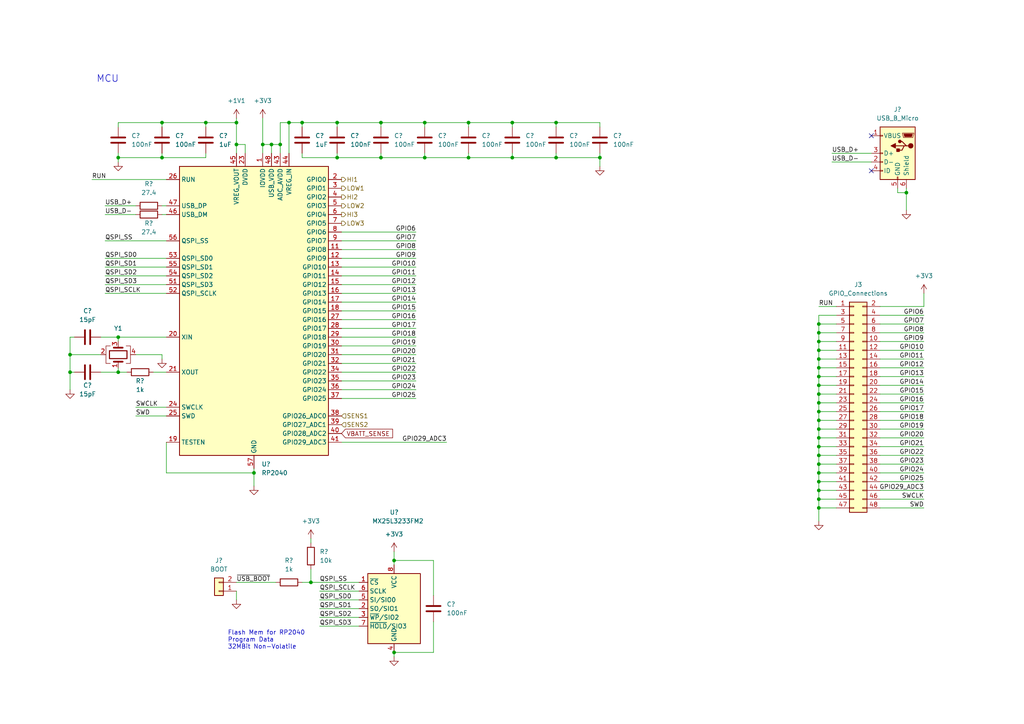
<source format=kicad_sch>
(kicad_sch (version 20230121) (generator eeschema)
  (paper "A4")
  (lib_symbols
    (symbol "Connector:USB_B_Micro" (pin_names (offset 1.016))
      (property "Reference" "J" (at -5.08 11.43 0))
      (property "Value" "USB_B_Micro" (at -5.08 8.89 0))
      (symbol "USB_B_Micro_0_1"
        (rectangle (start -5.08 -7.62) (end 5.08 7.62) (stroke (width 0.254)) (fill (type background)))
        (circle (center -3.81 2.159) (radius 0.635) (stroke (width 0.254)) (fill (type outline)))
        (circle (center -0.635 3.429) (radius 0.381) (stroke (width 0.254)) (fill (type outline)))
        (rectangle (start -0.127 -7.62) (end 0.127 -6.858))
        (polyline (pts (xy -1.905 2.159) (xy 0.635 2.159)) (stroke (width 0.254)))
        (polyline (pts (xy -3.175 2.159) (xy -2.54 2.159) (xy -1.27 3.429) (xy -0.635 3.429)) (stroke (width 0.254)))
        (polyline (pts (xy -2.54 2.159) (xy -1.905 2.159) (xy -1.27 0.889) (xy 0 0.889)) (stroke (width 0.254)))
        (polyline (pts (xy 0.635 2.794) (xy 0.635 1.524) (xy 1.905 2.159) (xy 0.635 2.794)) (stroke (width 0.254)) (fill (type outline)))
        (polyline (pts (xy -4.318 5.588) (xy -1.778 5.588) (xy -2.032 4.826) (xy -4.064 4.826) (xy -4.318 5.588)) (fill (type outline)))
        (polyline (pts (xy -4.699 5.842) (xy -4.699 5.588) (xy -4.445 4.826) (xy -4.445 4.572) (xy -1.651 4.572) (xy -1.651 4.826) (xy -1.397 5.588) (xy -1.397 5.842) (xy -4.699 5.842)))
        (rectangle (start 0.254 1.27) (end -0.508 0.508) (stroke (width 0.254)) (fill (type outline)))
        (rectangle (start 5.08 -5.207) (end 4.318 -4.953))
        (rectangle (start 5.08 -2.667) (end 4.318 -2.413))
        (rectangle (start 5.08 -0.127) (end 4.318 0.127))
        (rectangle (start 5.08 4.953) (end 4.318 5.207))
      )
      (symbol "USB_B_Micro_1_1"
        (pin power_out line (at 7.62 5.08 180) (length 2.54) (name "VBUS") (number "1"))
        (pin bidirectional line (at 7.62 -2.54 180) (length 2.54) (name "D-") (number "2"))
        (pin bidirectional line (at 7.62 0 180) (length 2.54) (name "D+") (number "3"))
        (pin passive line (at 7.62 -5.08 180) (length 2.54) (name "ID") (number "4"))
        (pin power_out line (at 0 -10.16 90) (length 2.54) (name "GND") (number "5"))
        (pin passive line (at -2.54 -10.16 90) (length 2.54) (name "Shield") (number "6"))
      )
    )
    (symbol "Connector_Generic:Conn_01x02" (pin_names (offset 1.016) hide)
      (property "Reference" "J" (at 0 2.54 0))
      (property "Value" "Conn_01x02" (at 0 -5.08 0))
      (symbol "Conn_01x02_1_1"
        (rectangle (start -1.27 -2.413) (end 0 -2.667) (stroke (width 0.1524)))
        (rectangle (start -1.27 0.127) (end 0 -0.127) (stroke (width 0.1524)))
        (rectangle (start -1.27 1.27) (end 1.27 -3.81) (stroke (width 0.254)) (fill (type background)))
        (pin passive line (at -5.08 0 0) (length 3.81) (name "Pin_1") (number "1"))
        (pin passive line (at -5.08 -2.54 0) (length 3.81) (name "Pin_2") (number "2"))
      )
    )
    (symbol "Connector_Generic:Conn_02x24_Odd_Even" (pin_names (offset 1.016) hide)
      (property "Reference" "J" (at 1.27 30.48 0))
      (property "Value" "Conn_02x24_Odd_Even" (at 1.27 -33.02 0))
      (symbol "Conn_02x24_Odd_Even_1_1"
        (rectangle (start -1.27 -30.353) (end 0 -30.607) (stroke (width 0.1524)))
        (rectangle (start -1.27 -27.813) (end 0 -28.067) (stroke (width 0.1524)))
        (rectangle (start -1.27 -25.273) (end 0 -25.527) (stroke (width 0.1524)))
        (rectangle (start -1.27 -22.733) (end 0 -22.987) (stroke (width 0.1524)))
        (rectangle (start -1.27 -20.193) (end 0 -20.447) (stroke (width 0.1524)))
        (rectangle (start -1.27 -17.653) (end 0 -17.907) (stroke (width 0.1524)))
        (rectangle (start -1.27 -15.113) (end 0 -15.367) (stroke (width 0.1524)))
        (rectangle (start -1.27 -12.573) (end 0 -12.827) (stroke (width 0.1524)))
        (rectangle (start -1.27 -10.033) (end 0 -10.287) (stroke (width 0.1524)))
        (rectangle (start -1.27 -7.493) (end 0 -7.747) (stroke (width 0.1524)))
        (rectangle (start -1.27 -4.953) (end 0 -5.207) (stroke (width 0.1524)))
        (rectangle (start -1.27 -2.413) (end 0 -2.667) (stroke (width 0.1524)))
        (rectangle (start -1.27 0.127) (end 0 -0.127) (stroke (width 0.1524)))
        (rectangle (start -1.27 2.667) (end 0 2.413) (stroke (width 0.1524)))
        (rectangle (start -1.27 5.207) (end 0 4.953) (stroke (width 0.1524)))
        (rectangle (start -1.27 7.747) (end 0 7.493) (stroke (width 0.1524)))
        (rectangle (start -1.27 10.287) (end 0 10.033) (stroke (width 0.1524)))
        (rectangle (start -1.27 12.827) (end 0 12.573) (stroke (width 0.1524)))
        (rectangle (start -1.27 15.367) (end 0 15.113) (stroke (width 0.1524)))
        (rectangle (start -1.27 17.907) (end 0 17.653) (stroke (width 0.1524)))
        (rectangle (start -1.27 20.447) (end 0 20.193) (stroke (width 0.1524)))
        (rectangle (start -1.27 22.987) (end 0 22.733) (stroke (width 0.1524)))
        (rectangle (start -1.27 25.527) (end 0 25.273) (stroke (width 0.1524)))
        (rectangle (start -1.27 28.067) (end 0 27.813) (stroke (width 0.1524)))
        (rectangle (start -1.27 29.21) (end 3.81 -31.75) (stroke (width 0.254)) (fill (type background)))
        (rectangle (start 3.81 -30.353) (end 2.54 -30.607) (stroke (width 0.1524)))
        (rectangle (start 3.81 -27.813) (end 2.54 -28.067) (stroke (width 0.1524)))
        (rectangle (start 3.81 -25.273) (end 2.54 -25.527) (stroke (width 0.1524)))
        (rectangle (start 3.81 -22.733) (end 2.54 -22.987) (stroke (width 0.1524)))
        (rectangle (start 3.81 -20.193) (end 2.54 -20.447) (stroke (width 0.1524)))
        (rectangle (start 3.81 -17.653) (end 2.54 -17.907) (stroke (width 0.1524)))
        (rectangle (start 3.81 -15.113) (end 2.54 -15.367) (stroke (width 0.1524)))
        (rectangle (start 3.81 -12.573) (end 2.54 -12.827) (stroke (width 0.1524)))
        (rectangle (start 3.81 -10.033) (end 2.54 -10.287) (stroke (width 0.1524)))
        (rectangle (start 3.81 -7.493) (end 2.54 -7.747) (stroke (width 0.1524)))
        (rectangle (start 3.81 -4.953) (end 2.54 -5.207) (stroke (width 0.1524)))
        (rectangle (start 3.81 -2.413) (end 2.54 -2.667) (stroke (width 0.1524)))
        (rectangle (start 3.81 0.127) (end 2.54 -0.127) (stroke (width 0.1524)))
        (rectangle (start 3.81 2.667) (end 2.54 2.413) (stroke (width 0.1524)))
        (rectangle (start 3.81 5.207) (end 2.54 4.953) (stroke (width 0.1524)))
        (rectangle (start 3.81 7.747) (end 2.54 7.493) (stroke (width 0.1524)))
        (rectangle (start 3.81 10.287) (end 2.54 10.033) (stroke (width 0.1524)))
        (rectangle (start 3.81 12.827) (end 2.54 12.573) (stroke (width 0.1524)))
        (rectangle (start 3.81 15.367) (end 2.54 15.113) (stroke (width 0.1524)))
        (rectangle (start 3.81 17.907) (end 2.54 17.653) (stroke (width 0.1524)))
        (rectangle (start 3.81 20.447) (end 2.54 20.193) (stroke (width 0.1524)))
        (rectangle (start 3.81 22.987) (end 2.54 22.733) (stroke (width 0.1524)))
        (rectangle (start 3.81 25.527) (end 2.54 25.273) (stroke (width 0.1524)))
        (rectangle (start 3.81 28.067) (end 2.54 27.813) (stroke (width 0.1524)))
        (pin passive line (at -5.08 27.94 0) (length 3.81) (name "Pin_1") (number "1"))
        (pin passive line (at 7.62 17.78 180) (length 3.81) (name "Pin_10") (number "10"))
        (pin passive line (at -5.08 15.24 0) (length 3.81) (name "Pin_11") (number "11"))
        (pin passive line (at 7.62 15.24 180) (length 3.81) (name "Pin_12") (number "12"))
        (pin passive line (at -5.08 12.7 0) (length 3.81) (name "Pin_13") (number "13"))
        (pin passive line (at 7.62 12.7 180) (length 3.81) (name "Pin_14") (number "14"))
        (pin passive line (at -5.08 10.16 0) (length 3.81) (name "Pin_15") (number "15"))
        (pin passive line (at 7.62 10.16 180) (length 3.81) (name "Pin_16") (number "16"))
        (pin passive line (at -5.08 7.62 0) (length 3.81) (name "Pin_17") (number "17"))
        (pin passive line (at 7.62 7.62 180) (length 3.81) (name "Pin_18") (number "18"))
        (pin passive line (at -5.08 5.08 0) (length 3.81) (name "Pin_19") (number "19"))
        (pin passive line (at 7.62 27.94 180) (length 3.81) (name "Pin_2") (number "2"))
        (pin passive line (at 7.62 5.08 180) (length 3.81) (name "Pin_20") (number "20"))
        (pin passive line (at -5.08 2.54 0) (length 3.81) (name "Pin_21") (number "21"))
        (pin passive line (at 7.62 2.54 180) (length 3.81) (name "Pin_22") (number "22"))
        (pin passive line (at -5.08 0 0) (length 3.81) (name "Pin_23") (number "23"))
        (pin passive line (at 7.62 0 180) (length 3.81) (name "Pin_24") (number "24"))
        (pin passive line (at -5.08 -2.54 0) (length 3.81) (name "Pin_25") (number "25"))
        (pin passive line (at 7.62 -2.54 180) (length 3.81) (name "Pin_26") (number "26"))
        (pin passive line (at -5.08 -5.08 0) (length 3.81) (name "Pin_27") (number "27"))
        (pin passive line (at 7.62 -5.08 180) (length 3.81) (name "Pin_28") (number "28"))
        (pin passive line (at -5.08 -7.62 0) (length 3.81) (name "Pin_29") (number "29"))
        (pin passive line (at -5.08 25.4 0) (length 3.81) (name "Pin_3") (number "3"))
        (pin passive line (at 7.62 -7.62 180) (length 3.81) (name "Pin_30") (number "30"))
        (pin passive line (at -5.08 -10.16 0) (length 3.81) (name "Pin_31") (number "31"))
        (pin passive line (at 7.62 -10.16 180) (length 3.81) (name "Pin_32") (number "32"))
        (pin passive line (at -5.08 -12.7 0) (length 3.81) (name "Pin_33") (number "33"))
        (pin passive line (at 7.62 -12.7 180) (length 3.81) (name "Pin_34") (number "34"))
        (pin passive line (at -5.08 -15.24 0) (length 3.81) (name "Pin_35") (number "35"))
        (pin passive line (at 7.62 -15.24 180) (length 3.81) (name "Pin_36") (number "36"))
        (pin passive line (at -5.08 -17.78 0) (length 3.81) (name "Pin_37") (number "37"))
        (pin passive line (at 7.62 -17.78 180) (length 3.81) (name "Pin_38") (number "38"))
        (pin passive line (at -5.08 -20.32 0) (length 3.81) (name "Pin_39") (number "39"))
        (pin passive line (at 7.62 25.4 180) (length 3.81) (name "Pin_4") (number "4"))
        (pin passive line (at 7.62 -20.32 180) (length 3.81) (name "Pin_40") (number "40"))
        (pin passive line (at -5.08 -22.86 0) (length 3.81) (name "Pin_41") (number "41"))
        (pin passive line (at 7.62 -22.86 180) (length 3.81) (name "Pin_42") (number "42"))
        (pin passive line (at -5.08 -25.4 0) (length 3.81) (name "Pin_43") (number "43"))
        (pin passive line (at 7.62 -25.4 180) (length 3.81) (name "Pin_44") (number "44"))
        (pin passive line (at -5.08 -27.94 0) (length 3.81) (name "Pin_45") (number "45"))
        (pin passive line (at 7.62 -27.94 180) (length 3.81) (name "Pin_46") (number "46"))
        (pin passive line (at -5.08 -30.48 0) (length 3.81) (name "Pin_47") (number "47"))
        (pin passive line (at 7.62 -30.48 180) (length 3.81) (name "Pin_48") (number "48"))
        (pin passive line (at -5.08 22.86 0) (length 3.81) (name "Pin_5") (number "5"))
        (pin passive line (at 7.62 22.86 180) (length 3.81) (name "Pin_6") (number "6"))
        (pin passive line (at -5.08 20.32 0) (length 3.81) (name "Pin_7") (number "7"))
        (pin passive line (at 7.62 20.32 180) (length 3.81) (name "Pin_8") (number "8"))
        (pin passive line (at -5.08 17.78 0) (length 3.81) (name "Pin_9") (number "9"))
      )
    )
    (symbol "Device:C" (pin_numbers hide) (pin_names (offset 0.254))
      (property "Reference" "C" (at 0.635 2.54 0))
      (property "Value" "C" (at 0.635 -2.54 0))
      (symbol "C_0_1"
        (polyline (pts (xy -2.032 -0.762) (xy 2.032 -0.762)) (stroke (width 0.508)))
        (polyline (pts (xy -2.032 0.762) (xy 2.032 0.762)) (stroke (width 0.508)))
      )
      (symbol "C_1_1"
        (pin passive line (at 0 3.81 270) (length 2.794) (name "~") (number "1"))
        (pin passive line (at 0 -3.81 90) (length 2.794) (name "~") (number "2"))
      )
    )
    (symbol "Device:Crystal_GND24" (pin_names (offset 1.016) hide)
      (property "Reference" "Y" (at 3.175 5.08 0))
      (property "Value" "Crystal_GND24" (at 3.175 3.175 0))
      (symbol "Crystal_GND24_0_1"
        (rectangle (start -1.143 2.54) (end 1.143 -2.54) (stroke (width 0.3048)))
        (polyline (pts (xy -2.54 0) (xy -2.032 0)))
        (polyline (pts (xy -2.032 -1.27) (xy -2.032 1.27)) (stroke (width 0.508)))
        (polyline (pts (xy 0 -3.81) (xy 0 -3.556)))
        (polyline (pts (xy 0 3.556) (xy 0 3.81)))
        (polyline (pts (xy 2.032 -1.27) (xy 2.032 1.27)) (stroke (width 0.508)))
        (polyline (pts (xy 2.032 0) (xy 2.54 0)))
        (polyline (pts (xy -2.54 -2.286) (xy -2.54 -3.556) (xy 2.54 -3.556) (xy 2.54 -2.286)))
        (polyline (pts (xy -2.54 2.286) (xy -2.54 3.556) (xy 2.54 3.556) (xy 2.54 2.286)))
      )
      (symbol "Crystal_GND24_1_1"
        (pin passive line (at -3.81 0 0) (length 1.27) (name "1") (number "1"))
        (pin passive line (at 0 5.08 270) (length 1.27) (name "2") (number "2"))
        (pin passive line (at 3.81 0 180) (length 1.27) (name "3") (number "3"))
        (pin passive line (at 0 -5.08 90) (length 1.27) (name "4") (number "4"))
      )
    )
    (symbol "Device:R" (pin_numbers hide) (pin_names (offset 0))
      (property "Reference" "R" (at 2.032 0 90))
      (property "Value" "R" (at 0 0 90))
      (symbol "R_0_1"
        (rectangle (start -1.016 -2.54) (end 1.016 2.54) (stroke (width 0.254)))
      )
      (symbol "R_1_1"
        (pin passive line (at 0 3.81 270) (length 1.27) (name "~") (number "1"))
        (pin passive line (at 0 -3.81 90) (length 1.27) (name "~") (number "2"))
      )
    )
    (symbol "MCU_RaspberryPi:RP2040"
      (property "Reference" "U" (at 17.78 45.72 0))
      (property "Value" "RP2040" (at 17.78 43.18 0))
      (symbol "RP2040_0_1"
        (rectangle (start -21.59 41.91) (end 21.59 -41.91) (stroke (width 0.254)) (fill (type background)))
      )
      (symbol "RP2040_1_1"
        (pin power_in line (at 2.54 45.72 270) (length 3.81) (name "IOVDD") (number "1"))
        (pin passive line (at 2.54 45.72 270) (length 3.81) hide (name "IOVDD") (number "10"))
        (pin bidirectional line (at 25.4 17.78 180) (length 3.81) (name "GPIO8") (number "11"))
        (pin bidirectional line (at 25.4 15.24 180) (length 3.81) (name "GPIO9") (number "12"))
        (pin bidirectional line (at 25.4 12.7 180) (length 3.81) (name "GPIO10") (number "13"))
        (pin bidirectional line (at 25.4 10.16 180) (length 3.81) (name "GPIO11") (number "14"))
        (pin bidirectional line (at 25.4 7.62 180) (length 3.81) (name "GPIO12") (number "15"))
        (pin bidirectional line (at 25.4 5.08 180) (length 3.81) (name "GPIO13") (number "16"))
        (pin bidirectional line (at 25.4 2.54 180) (length 3.81) (name "GPIO14") (number "17"))
        (pin bidirectional line (at 25.4 0 180) (length 3.81) (name "GPIO15") (number "18"))
        (pin input line (at -25.4 -38.1 0) (length 3.81) (name "TESTEN") (number "19"))
        (pin bidirectional line (at 25.4 38.1 180) (length 3.81) (name "GPIO0") (number "2"))
        (pin input line (at -25.4 -7.62 0) (length 3.81) (name "XIN") (number "20"))
        (pin passive line (at -25.4 -17.78 0) (length 3.81) (name "XOUT") (number "21"))
        (pin passive line (at 2.54 45.72 270) (length 3.81) hide (name "IOVDD") (number "22"))
        (pin power_in line (at -2.54 45.72 270) (length 3.81) (name "DVDD") (number "23"))
        (pin input line (at -25.4 -27.94 0) (length 3.81) (name "SWCLK") (number "24"))
        (pin bidirectional line (at -25.4 -30.48 0) (length 3.81) (name "SWD") (number "25"))
        (pin input line (at -25.4 38.1 0) (length 3.81) (name "RUN") (number "26"))
        (pin bidirectional line (at 25.4 -2.54 180) (length 3.81) (name "GPIO16") (number "27"))
        (pin bidirectional line (at 25.4 -5.08 180) (length 3.81) (name "GPIO17") (number "28"))
        (pin bidirectional line (at 25.4 -7.62 180) (length 3.81) (name "GPIO18") (number "29"))
        (pin bidirectional line (at 25.4 35.56 180) (length 3.81) (name "GPIO1") (number "3"))
        (pin bidirectional line (at 25.4 -10.16 180) (length 3.81) (name "GPIO19") (number "30"))
        (pin bidirectional line (at 25.4 -12.7 180) (length 3.81) (name "GPIO20") (number "31"))
        (pin bidirectional line (at 25.4 -15.24 180) (length 3.81) (name "GPIO21") (number "32"))
        (pin passive line (at 2.54 45.72 270) (length 3.81) hide (name "IOVDD") (number "33"))
        (pin bidirectional line (at 25.4 -17.78 180) (length 3.81) (name "GPIO22") (number "34"))
        (pin bidirectional line (at 25.4 -20.32 180) (length 3.81) (name "GPIO23") (number "35"))
        (pin bidirectional line (at 25.4 -22.86 180) (length 3.81) (name "GPIO24") (number "36"))
        (pin bidirectional line (at 25.4 -25.4 180) (length 3.81) (name "GPIO25") (number "37"))
        (pin bidirectional line (at 25.4 -30.48 180) (length 3.81) (name "GPIO26_ADC0") (number "38"))
        (pin bidirectional line (at 25.4 -33.02 180) (length 3.81) (name "GPIO27_ADC1") (number "39"))
        (pin bidirectional line (at 25.4 33.02 180) (length 3.81) (name "GPIO2") (number "4"))
        (pin bidirectional line (at 25.4 -35.56 180) (length 3.81) (name "GPIO28_ADC2") (number "40"))
        (pin bidirectional line (at 25.4 -38.1 180) (length 3.81) (name "GPIO29_ADC3") (number "41"))
        (pin passive line (at 2.54 45.72 270) (length 3.81) hide (name "IOVDD") (number "42"))
        (pin power_in line (at 7.62 45.72 270) (length 3.81) (name "ADC_AVDD") (number "43"))
        (pin power_in line (at 10.16 45.72 270) (length 3.81) (name "VREG_IN") (number "44"))
        (pin power_out line (at -5.08 45.72 270) (length 3.81) (name "VREG_VOUT") (number "45"))
        (pin bidirectional line (at -25.4 27.94 0) (length 3.81) (name "USB_DM") (number "46"))
        (pin bidirectional line (at -25.4 30.48 0) (length 3.81) (name "USB_DP") (number "47"))
        (pin power_in line (at 5.08 45.72 270) (length 3.81) (name "USB_VDD") (number "48"))
        (pin passive line (at 2.54 45.72 270) (length 3.81) hide (name "IOVDD") (number "49"))
        (pin bidirectional line (at 25.4 30.48 180) (length 3.81) (name "GPIO3") (number "5"))
        (pin passive line (at -2.54 45.72 270) (length 3.81) hide (name "DVDD") (number "50"))
        (pin bidirectional line (at -25.4 7.62 0) (length 3.81) (name "QSPI_SD3") (number "51"))
        (pin output line (at -25.4 5.08 0) (length 3.81) (name "QSPI_SCLK") (number "52"))
        (pin bidirectional line (at -25.4 15.24 0) (length 3.81) (name "QSPI_SD0") (number "53"))
        (pin bidirectional line (at -25.4 10.16 0) (length 3.81) (name "QSPI_SD2") (number "54"))
        (pin bidirectional line (at -25.4 12.7 0) (length 3.81) (name "QSPI_SD1") (number "55"))
        (pin bidirectional line (at -25.4 20.32 0) (length 3.81) (name "QSPI_SS") (number "56"))
        (pin power_in line (at 0 -45.72 90) (length 3.81) (name "GND") (number "57"))
        (pin bidirectional line (at 25.4 27.94 180) (length 3.81) (name "GPIO4") (number "6"))
        (pin bidirectional line (at 25.4 25.4 180) (length 3.81) (name "GPIO5") (number "7"))
        (pin bidirectional line (at 25.4 22.86 180) (length 3.81) (name "GPIO6") (number "8"))
        (pin bidirectional line (at 25.4 20.32 180) (length 3.81) (name "GPIO7") (number "9"))
      )
    )
    (symbol "Memory_Flash:MX25L3233FM2"
      (property "Reference" "U" (at -6.35 11.43 0))
      (property "Value" "MX25L3233FM2" (at 10.16 11.43 0))
      (symbol "MX25L3233FM2_0_1"
        (rectangle (start -7.62 10.16) (end 7.62 -10.16) (stroke (width 0.254)) (fill (type background)))
      )
      (symbol "MX25L3233FM2_1_1"
        (pin input line (at -10.16 7.62 0) (length 2.54) (name "~{CS}") (number "1"))
        (pin bidirectional line (at -10.16 0 0) (length 2.54) (name "SO/SIO1") (number "2"))
        (pin bidirectional line (at -10.16 -2.54 0) (length 2.54) (name "~{WP}/SIO2") (number "3"))
        (pin power_in line (at 0 -12.7 90) (length 2.54) (name "GND") (number "4"))
        (pin bidirectional line (at -10.16 2.54 0) (length 2.54) (name "SI/SIO0") (number "5"))
        (pin input line (at -10.16 5.08 0) (length 2.54) (name "SCLK") (number "6"))
        (pin bidirectional line (at -10.16 -5.08 0) (length 2.54) (name "~{HOLD}/SIO3") (number "7"))
        (pin power_in line (at 0 12.7 270) (length 2.54) (name "VCC") (number "8"))
      )
    )
    (symbol "power:+1V1" (power) (pin_names (offset 0))
      (property "Value" "+1V1" (at 0 3.556 0))
      (symbol "+1V1_0_1"
        (polyline (pts (xy -0.762 1.27) (xy 0 2.54)))
        (polyline (pts (xy 0 0) (xy 0 2.54)))
        (polyline (pts (xy 0 2.54) (xy 0.762 1.27)))
      )
      (symbol "+1V1_1_1"
        (pin power_in line (at 0 0 90) (length 0) hide (name "+1V1") (number "1"))
      )
    )
    (symbol "power:+3V3" (power) (pin_names (offset 0))
      (property "Value" "+3V3" (at 0 3.556 0))
      (symbol "+3V3_0_1"
        (polyline (pts (xy -0.762 1.27) (xy 0 2.54)))
        (polyline (pts (xy 0 0) (xy 0 2.54)))
        (polyline (pts (xy 0 2.54) (xy 0.762 1.27)))
      )
      (symbol "+3V3_1_1"
        (pin power_in line (at 0 0 90) (length 0) hide (name "+3V3") (number "1"))
      )
    )
    (symbol "power:GND" (power) (pin_names (offset 0))
      (property "Value" "GND" (at 0 -3.81 0))
      (symbol "GND_0_1"
        (polyline (pts (xy 0 0) (xy 0 -1.27) (xy 1.27 -1.27) (xy 0 -2.54) (xy -1.27 -1.27) (xy 0 -1.27)))
      )
      (symbol "GND_1_1"
        (pin power_in line (at 0 0 270) (length 0) hide (name "GND") (number "1"))
      )
    )
  )
  (junction (at 110.49 35.56))
  (junction (at 148.59 35.56))
  (junction (at 148.59 45.72))
  (junction (at 114.3 189.23))
  (junction (at 135.89 45.72))
  (junction (at 173.99 45.72))
  (junction (at 237.49 119.38))
  (junction (at 237.49 106.68))
  (junction (at 237.49 134.62))
  (junction (at 262.89 55.88))
  (junction (at 123.19 45.72))
  (junction (at 34.29 45.72))
  (junction (at 237.49 116.84))
  (junction (at 135.89 35.56))
  (junction (at 237.49 147.32))
  (junction (at 20.32 102.87))
  (junction (at 78.74 41.91))
  (junction (at 123.19 35.56))
  (junction (at 34.29 107.95))
  (junction (at 237.49 114.3))
  (junction (at 237.49 124.46))
  (junction (at 59.69 35.56))
  (junction (at 237.49 109.22))
  (junction (at 237.49 132.08))
  (junction (at 73.66 137.16))
  (junction (at 114.3 162.56))
  (junction (at 90.17 168.91))
  (junction (at 237.49 127))
  (junction (at 237.49 121.92))
  (junction (at 83.82 35.56))
  (junction (at 237.49 111.76))
  (junction (at 46.99 35.56))
  (junction (at 68.58 35.56))
  (junction (at 161.29 45.72))
  (junction (at 237.49 101.6))
  (junction (at 237.49 129.54))
  (junction (at 34.29 97.79))
  (junction (at 237.49 142.24))
  (junction (at 76.2 41.91))
  (junction (at 97.79 35.56))
  (junction (at 237.49 139.7))
  (junction (at 87.63 35.56))
  (junction (at 237.49 93.98))
  (junction (at 81.28 41.91))
  (junction (at 68.58 41.91))
  (junction (at 237.49 144.78))
  (junction (at 161.29 35.56))
  (junction (at 20.32 107.95))
  (junction (at 237.49 137.16))
  (junction (at 110.49 45.72))
  (junction (at 97.79 45.72))
  (junction (at 237.49 99.06))
  (junction (at 237.49 104.14))
  (junction (at 46.99 45.72))
  (junction (at 237.49 96.52))
  (no_connect (at 252.73 39.37))
  (no_connect (at 252.73 49.53))
  (wire (pts (xy 255.27 119.38) (xy 267.97 119.38)))
  (wire (pts (xy 99.06 92.71) (xy 120.65 92.71)))
  (wire (pts (xy 46.99 59.69) (xy 48.26 59.69)))
  (wire (pts (xy 237.49 119.38) (xy 242.57 119.38)))
  (wire (pts (xy 99.06 72.39) (xy 120.65 72.39)))
  (wire (pts (xy 30.48 80.01) (xy 48.26 80.01)))
  (wire (pts (xy 46.99 35.56) (xy 46.99 36.83)))
  (wire (pts (xy 262.89 54.61) (xy 262.89 55.88)))
  (wire (pts (xy 135.89 45.72) (xy 148.59 45.72)))
  (wire (pts (xy 237.49 104.14) (xy 237.49 106.68)))
  (wire (pts (xy 237.49 134.62) (xy 237.49 137.16)))
  (wire (pts (xy 20.32 102.87) (xy 29.21 102.87)))
  (wire (pts (xy 237.49 134.62) (xy 242.57 134.62)))
  (wire (pts (xy 237.49 116.84) (xy 242.57 116.84)))
  (wire (pts (xy 237.49 96.52) (xy 242.57 96.52)))
  (wire (pts (xy 237.49 139.7) (xy 237.49 142.24)))
  (wire (pts (xy 92.71 171.45) (xy 104.14 171.45)))
  (wire (pts (xy 148.59 35.56) (xy 148.59 36.83)))
  (wire (pts (xy 44.45 107.95) (xy 48.26 107.95)))
  (wire (pts (xy 237.49 139.7) (xy 242.57 139.7)))
  (wire (pts (xy 173.99 45.72) (xy 173.99 48.26)))
  (wire (pts (xy 99.06 85.09) (xy 120.65 85.09)))
  (wire (pts (xy 48.26 128.27) (xy 48.26 137.16)))
  (wire (pts (xy 255.27 109.22) (xy 267.97 109.22)))
  (wire (pts (xy 83.82 35.56) (xy 81.28 35.56)))
  (wire (pts (xy 255.27 139.7) (xy 267.97 139.7)))
  (wire (pts (xy 29.21 97.79) (xy 34.29 97.79)))
  (wire (pts (xy 237.49 147.32) (xy 242.57 147.32)))
  (wire (pts (xy 173.99 35.56) (xy 173.99 36.83)))
  (wire (pts (xy 92.71 181.61) (xy 104.14 181.61)))
  (wire (pts (xy 81.28 41.91) (xy 78.74 41.91)))
  (wire (pts (xy 237.49 91.44) (xy 237.49 93.98)))
  (wire (pts (xy 46.99 35.56) (xy 59.69 35.56)))
  (wire (pts (xy 78.74 41.91) (xy 76.2 41.91)))
  (wire (pts (xy 125.73 172.72) (xy 125.73 162.56)))
  (wire (pts (xy 87.63 168.91) (xy 90.17 168.91)))
  (wire (pts (xy 237.49 137.16) (xy 237.49 139.7)))
  (wire (pts (xy 59.69 45.72) (xy 59.69 44.45)))
  (wire (pts (xy 173.99 45.72) (xy 173.99 44.45)))
  (wire (pts (xy 30.48 82.55) (xy 48.26 82.55)))
  (wire (pts (xy 110.49 35.56) (xy 110.49 36.83)))
  (wire (pts (xy 92.71 176.53) (xy 104.14 176.53)))
  (wire (pts (xy 161.29 35.56) (xy 173.99 35.56)))
  (wire (pts (xy 46.99 104.14) (xy 46.99 102.87)))
  (wire (pts (xy 237.49 129.54) (xy 242.57 129.54)))
  (wire (pts (xy 123.19 45.72) (xy 135.89 45.72)))
  (wire (pts (xy 161.29 45.72) (xy 161.29 44.45)))
  (wire (pts (xy 81.28 41.91) (xy 81.28 35.56)))
  (wire (pts (xy 39.37 118.11) (xy 48.26 118.11)))
  (wire (pts (xy 34.29 45.72) (xy 34.29 46.99)))
  (wire (pts (xy 20.32 97.79) (xy 20.32 102.87)))
  (wire (pts (xy 30.48 85.09) (xy 48.26 85.09)))
  (wire (pts (xy 46.99 62.23) (xy 48.26 62.23)))
  (wire (pts (xy 68.58 171.45) (xy 68.58 173.99)))
  (wire (pts (xy 99.06 77.47) (xy 120.65 77.47)))
  (wire (pts (xy 68.58 168.91) (xy 80.01 168.91)))
  (wire (pts (xy 237.49 144.78) (xy 237.49 147.32)))
  (wire (pts (xy 262.89 55.88) (xy 262.89 60.96)))
  (wire (pts (xy 237.49 127) (xy 242.57 127)))
  (wire (pts (xy 237.49 132.08) (xy 237.49 134.62)))
  (wire (pts (xy 237.49 147.32) (xy 237.49 151.13)))
  (wire (pts (xy 83.82 44.45) (xy 83.82 35.56)))
  (wire (pts (xy 260.35 54.61) (xy 260.35 55.88)))
  (wire (pts (xy 237.49 121.92) (xy 237.49 124.46)))
  (wire (pts (xy 237.49 93.98) (xy 237.49 96.52)))
  (wire (pts (xy 92.71 179.07) (xy 104.14 179.07)))
  (wire (pts (xy 255.27 129.54) (xy 267.97 129.54)))
  (wire (pts (xy 20.32 107.95) (xy 20.32 113.03)))
  (wire (pts (xy 99.06 113.03) (xy 120.65 113.03)))
  (wire (pts (xy 99.06 115.57) (xy 120.65 115.57)))
  (wire (pts (xy 237.49 114.3) (xy 242.57 114.3)))
  (wire (pts (xy 99.06 105.41) (xy 120.65 105.41)))
  (wire (pts (xy 148.59 35.56) (xy 161.29 35.56)))
  (wire (pts (xy 68.58 35.56) (xy 68.58 41.91)))
  (wire (pts (xy 161.29 35.56) (xy 161.29 36.83)))
  (wire (pts (xy 39.37 120.65) (xy 48.26 120.65)))
  (wire (pts (xy 237.49 142.24) (xy 237.49 144.78)))
  (wire (pts (xy 255.27 114.3) (xy 267.97 114.3)))
  (wire (pts (xy 123.19 35.56) (xy 135.89 35.56)))
  (wire (pts (xy 237.49 119.38) (xy 237.49 121.92)))
  (wire (pts (xy 34.29 97.79) (xy 48.26 97.79)))
  (wire (pts (xy 34.29 107.95) (xy 36.83 107.95)))
  (wire (pts (xy 21.59 107.95) (xy 20.32 107.95)))
  (wire (pts (xy 255.27 132.08) (xy 267.97 132.08)))
  (wire (pts (xy 237.49 124.46) (xy 242.57 124.46)))
  (wire (pts (xy 237.49 96.52) (xy 237.49 99.06)))
  (wire (pts (xy 237.49 116.84) (xy 237.49 119.38)))
  (wire (pts (xy 237.49 99.06) (xy 242.57 99.06)))
  (wire (pts (xy 125.73 162.56) (xy 114.3 162.56)))
  (wire (pts (xy 237.49 137.16) (xy 242.57 137.16)))
  (wire (pts (xy 237.49 127) (xy 237.49 129.54)))
  (wire (pts (xy 90.17 156.21) (xy 90.17 157.48)))
  (wire (pts (xy 87.63 35.56) (xy 97.79 35.56)))
  (wire (pts (xy 237.49 91.44) (xy 242.57 91.44)))
  (wire (pts (xy 20.32 107.95) (xy 20.32 102.87)))
  (wire (pts (xy 267.97 88.9) (xy 255.27 88.9)))
  (wire (pts (xy 99.06 87.63) (xy 120.65 87.63)))
  (wire (pts (xy 99.06 95.25) (xy 120.65 95.25)))
  (wire (pts (xy 255.27 99.06) (xy 267.97 99.06)))
  (wire (pts (xy 71.12 41.91) (xy 68.58 41.91)))
  (wire (pts (xy 30.48 59.69) (xy 39.37 59.69)))
  (wire (pts (xy 34.29 99.06) (xy 34.29 97.79)))
  (wire (pts (xy 148.59 45.72) (xy 161.29 45.72)))
  (wire (pts (xy 87.63 45.72) (xy 87.63 44.45)))
  (wire (pts (xy 34.29 35.56) (xy 46.99 35.56)))
  (wire (pts (xy 237.49 99.06) (xy 237.49 101.6)))
  (wire (pts (xy 99.06 107.95) (xy 120.65 107.95)))
  (wire (pts (xy 255.27 101.6) (xy 267.97 101.6)))
  (wire (pts (xy 267.97 85.09) (xy 267.97 88.9)))
  (wire (pts (xy 255.27 147.32) (xy 267.97 147.32)))
  (wire (pts (xy 255.27 142.24) (xy 267.97 142.24)))
  (wire (pts (xy 110.49 35.56) (xy 123.19 35.56)))
  (wire (pts (xy 92.71 173.99) (xy 104.14 173.99)))
  (wire (pts (xy 99.06 67.31) (xy 120.65 67.31)))
  (wire (pts (xy 255.27 91.44) (xy 267.97 91.44)))
  (wire (pts (xy 30.48 74.93) (xy 48.26 74.93)))
  (wire (pts (xy 125.73 189.23) (xy 114.3 189.23)))
  (wire (pts (xy 68.58 34.29) (xy 68.58 35.56)))
  (wire (pts (xy 73.66 135.89) (xy 73.66 137.16)))
  (wire (pts (xy 90.17 168.91) (xy 104.14 168.91)))
  (wire (pts (xy 255.27 93.98) (xy 267.97 93.98)))
  (wire (pts (xy 135.89 45.72) (xy 135.89 44.45)))
  (wire (pts (xy 123.19 45.72) (xy 123.19 44.45)))
  (wire (pts (xy 99.06 128.27) (xy 129.54 128.27)))
  (wire (pts (xy 135.89 35.56) (xy 148.59 35.56)))
  (wire (pts (xy 68.58 41.91) (xy 68.58 44.45)))
  (wire (pts (xy 237.49 88.9) (xy 242.57 88.9)))
  (wire (pts (xy 237.49 106.68) (xy 242.57 106.68)))
  (wire (pts (xy 237.49 111.76) (xy 237.49 114.3)))
  (wire (pts (xy 34.29 36.83) (xy 34.29 35.56)))
  (wire (pts (xy 34.29 106.68) (xy 34.29 107.95)))
  (wire (pts (xy 237.49 132.08) (xy 242.57 132.08)))
  (wire (pts (xy 30.48 77.47) (xy 48.26 77.47)))
  (wire (pts (xy 46.99 102.87) (xy 39.37 102.87)))
  (wire (pts (xy 59.69 35.56) (xy 59.69 36.83)))
  (wire (pts (xy 87.63 35.56) (xy 87.63 36.83)))
  (wire (pts (xy 237.49 142.24) (xy 242.57 142.24)))
  (wire (pts (xy 255.27 137.16) (xy 267.97 137.16)))
  (wire (pts (xy 237.49 121.92) (xy 242.57 121.92)))
  (wire (pts (xy 114.3 162.56) (xy 114.3 163.83)))
  (wire (pts (xy 59.69 35.56) (xy 68.58 35.56)))
  (wire (pts (xy 99.06 110.49) (xy 120.65 110.49)))
  (wire (pts (xy 81.28 41.91) (xy 81.28 44.45)))
  (wire (pts (xy 255.27 104.14) (xy 267.97 104.14)))
  (wire (pts (xy 237.49 101.6) (xy 237.49 104.14)))
  (wire (pts (xy 237.49 114.3) (xy 237.49 116.84)))
  (wire (pts (xy 110.49 45.72) (xy 123.19 45.72)))
  (wire (pts (xy 114.3 189.23) (xy 114.3 190.5)))
  (wire (pts (xy 99.06 80.01) (xy 120.65 80.01)))
  (wire (pts (xy 135.89 35.56) (xy 135.89 36.83)))
  (wire (pts (xy 48.26 137.16) (xy 73.66 137.16)))
  (wire (pts (xy 237.49 106.68) (xy 237.49 109.22)))
  (wire (pts (xy 97.79 45.72) (xy 110.49 45.72)))
  (wire (pts (xy 237.49 111.76) (xy 242.57 111.76)))
  (wire (pts (xy 99.06 69.85) (xy 120.65 69.85)))
  (wire (pts (xy 255.27 106.68) (xy 267.97 106.68)))
  (wire (pts (xy 241.3 44.45) (xy 252.73 44.45)))
  (wire (pts (xy 78.74 41.91) (xy 78.74 44.45)))
  (wire (pts (xy 26.67 52.07) (xy 48.26 52.07)))
  (wire (pts (xy 99.06 102.87) (xy 120.65 102.87)))
  (wire (pts (xy 123.19 35.56) (xy 123.19 36.83)))
  (wire (pts (xy 76.2 34.29) (xy 76.2 41.91)))
  (wire (pts (xy 255.27 134.62) (xy 267.97 134.62)))
  (wire (pts (xy 99.06 90.17) (xy 120.65 90.17)))
  (wire (pts (xy 71.12 44.45) (xy 71.12 41.91)))
  (wire (pts (xy 125.73 180.34) (xy 125.73 189.23)))
  (wire (pts (xy 30.48 69.85) (xy 48.26 69.85)))
  (wire (pts (xy 255.27 124.46) (xy 267.97 124.46)))
  (wire (pts (xy 46.99 45.72) (xy 59.69 45.72)))
  (wire (pts (xy 237.49 109.22) (xy 237.49 111.76)))
  (wire (pts (xy 97.79 35.56) (xy 97.79 36.83)))
  (wire (pts (xy 110.49 45.72) (xy 110.49 44.45)))
  (wire (pts (xy 237.49 93.98) (xy 242.57 93.98)))
  (wire (pts (xy 76.2 41.91) (xy 76.2 44.45)))
  (wire (pts (xy 148.59 45.72) (xy 148.59 44.45)))
  (wire (pts (xy 255.27 96.52) (xy 267.97 96.52)))
  (wire (pts (xy 97.79 45.72) (xy 97.79 44.45)))
  (wire (pts (xy 237.49 101.6) (xy 242.57 101.6)))
  (wire (pts (xy 237.49 124.46) (xy 237.49 127)))
  (wire (pts (xy 255.27 127) (xy 267.97 127)))
  (wire (pts (xy 46.99 45.72) (xy 46.99 44.45)))
  (wire (pts (xy 237.49 129.54) (xy 237.49 132.08)))
  (wire (pts (xy 241.3 46.99) (xy 252.73 46.99)))
  (wire (pts (xy 90.17 165.1) (xy 90.17 168.91)))
  (wire (pts (xy 73.66 137.16) (xy 73.66 140.97)))
  (wire (pts (xy 29.21 107.95) (xy 34.29 107.95)))
  (wire (pts (xy 237.49 109.22) (xy 242.57 109.22)))
  (wire (pts (xy 99.06 100.33) (xy 120.65 100.33)))
  (wire (pts (xy 237.49 104.14) (xy 242.57 104.14)))
  (wire (pts (xy 114.3 160.02) (xy 114.3 162.56)))
  (wire (pts (xy 34.29 45.72) (xy 34.29 44.45)))
  (wire (pts (xy 99.06 82.55) (xy 120.65 82.55)))
  (wire (pts (xy 97.79 35.56) (xy 110.49 35.56)))
  (wire (pts (xy 255.27 121.92) (xy 267.97 121.92)))
  (wire (pts (xy 237.49 144.78) (xy 242.57 144.78)))
  (wire (pts (xy 255.27 144.78) (xy 267.97 144.78)))
  (wire (pts (xy 30.48 62.23) (xy 39.37 62.23)))
  (wire (pts (xy 255.27 111.76) (xy 267.97 111.76)))
  (wire (pts (xy 87.63 45.72) (xy 97.79 45.72)))
  (wire (pts (xy 161.29 45.72) (xy 173.99 45.72)))
  (wire (pts (xy 99.06 74.93) (xy 120.65 74.93)))
  (wire (pts (xy 99.06 97.79) (xy 120.65 97.79)))
  (wire (pts (xy 255.27 116.84) (xy 267.97 116.84)))
  (wire (pts (xy 87.63 35.56) (xy 83.82 35.56)))
  (wire (pts (xy 20.32 97.79) (xy 21.59 97.79)))
  (wire (pts (xy 262.89 55.88) (xy 260.35 55.88)))
  (wire (pts (xy 34.29 45.72) (xy 46.99 45.72)))
  (text "MCU\n" (at 27.94 24.13 0) (effects (font (size 2 2)) (justify left bottom)))
  (text "Flash Mem for RP2040 \nProgram Data\n32MBit Non-Volatile\n\n" (at 66.04 190.5 0) (effects (font (size 1.27 1.27)) (justify left bottom)))
  (label "GPIO25" (at 267.97 139.7 180))
  (label "QSPI_SD2" (at 30.48 80.01 0))
  (label "GPIO21" (at 267.97 129.54 180))
  (label "GPIO9" (at 267.97 99.06 180))
  (label "QSPI_SD1" (at 30.48 77.47 0))
  (label "GPIO6" (at 267.97 91.44 180))
  (label "QSPI_SD3" (at 30.48 82.55 0))
  (label "GPIO18" (at 267.97 121.92 180))
  (label "GPIO22" (at 267.97 132.08 180))
  (label "GPIO14" (at 267.97 111.76 180))
  (label "QSPI_SCLK" (at 92.71 171.45 0))
  (label "GPIO7" (at 120.65 69.85 180))
  (label "QSPI_SD0" (at 30.48 74.93 0))
  (label "GPIO16" (at 120.65 92.71 180))
  (label "QSPI_SCLK" (at 30.48 85.09 0))
  (label "SWD" (at 267.97 147.32 180))
  (label "QSPI_SD2" (at 92.71 179.07 0))
  (label "GPIO12" (at 120.65 82.55 180))
  (label "USB_D+" (at 241.3 44.45 0))
  (label "GPIO13" (at 267.97 109.22 180))
  (label "GPIO10" (at 120.65 77.47 180))
  (label "USB_D-" (at 241.3 46.99 0))
  (label "QSPI_SS" (at 30.48 69.85 0))
  (label "GPIO6" (at 120.65 67.31 180))
  (label "GPIO8" (at 267.97 96.52 180))
  (label "SWCLK" (at 39.37 118.11 0))
  (label "GPIO23" (at 267.97 134.62 180))
  (label "GPIO21" (at 120.65 105.41 180))
  (label "GPIO11" (at 120.65 80.01 180))
  (label "GPIO10" (at 267.97 101.6 180))
  (label "GPIO15" (at 120.65 90.17 180))
  (label "SWCLK" (at 267.97 144.78 180))
  (label "QSPI_SS" (at 92.71 168.91 0))
  (label "GPIO9" (at 120.65 74.93 180))
  (label "GPIO11" (at 267.97 104.14 180))
  (label "QSPI_SD1" (at 92.71 176.53 0))
  (label "GPIO17" (at 120.65 95.25 180))
  (label "GPIO29_ADC3" (at 267.97 142.24 180))
  (label "GPIO19" (at 120.65 100.33 180))
  (label "GPIO22" (at 120.65 107.95 180))
  (label "USB_D+" (at 30.48 59.69 0))
  (label "GPIO17" (at 267.97 119.38 180))
  (label "GPIO20" (at 120.65 102.87 180))
  (label "GPIO25" (at 120.65 115.57 180))
  (label "GPIO16" (at 267.97 116.84 180))
  (label "GPIO20" (at 267.97 127 180))
  (label "SWD" (at 39.37 120.65 0))
  (label "RUN" (at 237.49 88.9 0))
  (label "GPIO12" (at 267.97 106.68 180))
  (label "GPIO15" (at 267.97 114.3 180))
  (label "GPIO24" (at 267.97 137.16 180))
  (label "GPIO18" (at 120.65 97.79 180))
  (label "GPIO8" (at 120.65 72.39 180))
  (label "GPIO29_ADC3" (at 129.54 128.27 180))
  (label "GPIO23" (at 120.65 110.49 180))
  (label "~{USB_BOOT}" (at 68.58 168.91 0))
  (label "GPIO24" (at 120.65 113.03 180))
  (label "USB_D-" (at 30.48 62.23 0))
  (label "QSPI_SD3" (at 92.71 181.61 0))
  (label "GPIO19" (at 267.97 124.46 180))
  (label "GPIO7" (at 267.97 93.98 180))
  (label "RUN" (at 26.67 52.07 0))
  (label "GPIO13" (at 120.65 85.09 180))
  (label "QSPI_SD0" (at 92.71 173.99 0))
  (label "GPIO14" (at 120.65 87.63 180))
  (global_label "VBATT_SENSE" (shape input) (at 99.06 125.73 0) (property "Intersheetrefs" "${INTERSHEET_REFS}" (effects hide)))
  (hierarchical_label "LOW1" (shape output) (at 99.06 54.61 0))
  (hierarchical_label "LOW3" (shape output) (at 99.06 64.77 0))
  (hierarchical_label "SENS2" (shape input) (at 99.06 123.19 0))
  (hierarchical_label "HI3" (shape output) (at 99.06 62.23 0))
  (hierarchical_label "LOW2" (shape output) (at 99.06 59.69 0))
  (hierarchical_label "HI1" (shape output) (at 99.06 52.07 0))
  (hierarchical_label "SENS1" (shape input) (at 99.06 120.65 0))
  (hierarchical_label "HI2" (shape output) (at 99.06 57.15 0))
  (symbol (lib_id "Device:R") (at 43.18 59.69 90) (unit 1)
    (property "Reference" "R?" (at 43.18 53.34 90))
    (property "Value" "27.4" (at 43.18 55.88 90))
    (instances (project "BLDC_ESC" (path "" (reference "R?") (unit 1)) (path "" (reference "R5") (unit 1))))
  )
  (symbol (lib_id "Device:C") (at 125.73 176.53 0) (unit 1)
    (property "Reference" "C?" (at 129.54 175.26 0) (effects (justify left)))
    (property "Value" "100nF" (at 129.54 177.8 0) (effects (justify left)))
    (instances (project "BLDC_ESC" (path "" (reference "C?") (unit 1)) (path "" (reference "C14") (unit 1))))
  )
  (symbol (lib_id "power:GND") (at 114.3 190.5 0) (unit 1)
    (property "Reference" "#PWR?" (effects hide))
    (property "Value" "GND" (effects hide))
    (instances (project "BLDC_ESC" (path "" (reference "#PWR?") (unit 1)) (path "" (reference "#PWR022") (unit 1))))
  )
  (symbol (lib_id "Device:R") (at 40.64 107.95 270) (unit 1)
    (property "Reference" "R?" (at 40.64 110.49 90))
    (property "Value" "1k" (at 40.64 113.03 90))
    (instances (project "BLDC_ESC" (path "" (reference "R?") (unit 1)) (path "" (reference "R4") (unit 1))))
  )
  (symbol (lib_id "Device:C") (at 87.63 40.64 0) (unit 1)
    (property "Reference" "C?" (at 91.44 39.37 0) (effects (justify left)))
    (property "Value" "1uF" (at 91.44 41.91 0) (effects (justify left)))
    (instances (project "BLDC_ESC" (path "" (reference "C?") (unit 1)) (path "" (reference "C6") (unit 1))))
  )
  (symbol (lib_id "Device:C") (at 148.59 40.64 0) (unit 1)
    (property "Reference" "C?" (at 152.4 39.37 0) (effects (justify left)))
    (property "Value" "100nF" (at 152.4 41.91 0) (effects (justify left)))
    (instances (project "BLDC_ESC" (path "" (reference "C?") (unit 1)) (path "" (reference "C11") (unit 1))))
  )
  (symbol (lib_id "Device:R") (at 83.82 168.91 90) (unit 1)
    (property "Reference" "R?" (at 83.82 162.56 90))
    (property "Value" "1k" (at 83.82 165.1 90))
    (instances (project "BLDC_ESC" (path "" (reference "R?") (unit 1)) (path "" (reference "R8") (unit 1))))
  )
  (symbol (lib_id "power:+3V3") (at 76.2 34.29 0) (unit 1)
    (property "Reference" "#PWR?" (effects hide))
    (property "Value" "+3V3" (at 76.2 29.21 0))
    (instances (project "BLDC_ESC" (path "" (reference "#PWR?") (unit 1)) (path "" (reference "#PWR015") (unit 1))))
  )
  (symbol (lib_id "Connector:USB_B_Micro") (at 260.35 44.45 0) (mirror y) (unit 1)
    (property "Reference" "J?" (at 260.35 31.75 0))
    (property "Value" "USB_B_Micro" (at 260.35 34.29 0))
    (instances (project "BLDC_ESC" (path "" (reference "J?") (unit 1)) (path "" (reference "J5") (unit 1))))
  )
  (symbol (lib_id "Memory_Flash:MX25L3233FM2") (at 114.3 176.53 0) (unit 1)
    (property "Reference" "U?" (at 113.03 148.59 0) (effects (justify left)))
    (property "Value" "MX25L3233FM2" (at 107.95 151.13 0) (effects (justify left)))
    (property "Footprint" "Package_SO:SOP-8_5.28x5.23mm_P1.27mm" (effects hide))
    (property "Datasheet" "https://www.macronix.com/Lists/Datasheet/Attachments/8377/MX25L3233F,%203V,%2032Mb,%20v1.1.pdf" (effects hide))
    (instances (project "BLDC_ESC" (path "" (reference "U?") (unit 1)) (path "" (reference "U5") (unit 1))))
  )
  (symbol (lib_id "Device:C") (at 97.79 40.64 0) (unit 1)
    (property "Reference" "C?" (at 101.6 39.37 0) (effects (justify left)))
    (property "Value" "100nF" (at 101.6 41.91 0) (effects (justify left)))
    (instances (project "BLDC_ESC" (path "" (reference "C?") (unit 1)) (path "" (reference "C7") (unit 1))))
  )
  (symbol (lib_id "Device:C") (at 110.49 40.64 0) (unit 1)
    (property "Reference" "C?" (at 114.3 39.37 0) (effects (justify left)))
    (property "Value" "100nF" (at 114.3 41.91 0) (effects (justify left)))
    (instances (project "BLDC_ESC" (path "" (reference "C?") (unit 1)) (path "" (reference "C8") (unit 1))))
  )
  (symbol (lib_id "Device:R") (at 90.17 161.29 0) (unit 1)
    (property "Reference" "R?" (at 92.71 160.02 0) (effects (justify left)))
    (property "Value" "10k" (at 92.71 162.56 0) (effects (justify left)))
    (instances (project "BLDC_ESC" (path "" (reference "R?") (unit 1)) (path "" (reference "R9") (unit 1))))
  )
  (symbol (lib_id "Device:C") (at 123.19 40.64 0) (unit 1)
    (property "Reference" "C?" (at 127 39.37 0) (effects (justify left)))
    (property "Value" "100nF" (at 127 41.91 0) (effects (justify left)))
    (instances (project "BLDC_ESC" (path "" (reference "C?") (unit 1)) (path "" (reference "C9") (unit 1))))
  )
  (symbol (lib_id "power:+3V3") (at 90.17 156.21 0) (unit 1)
    (property "Reference" "#PWR?" (effects hide))
    (property "Value" "+3V3" (at 90.17 151.13 0))
    (instances (project "BLDC_ESC" (path "" (reference "#PWR?") (unit 1)) (path "" (reference "#PWR020") (unit 1))))
  )
  (symbol (lib_id "power:+3V3") (at 114.3 160.02 0) (unit 1)
    (property "Reference" "#PWR?" (effects hide))
    (property "Value" "+3V3" (at 114.3 154.94 0))
    (instances (project "BLDC_ESC" (path "" (reference "#PWR?") (unit 1)) (path "" (reference "#PWR021") (unit 1))))
  )
  (symbol (lib_id "MCU_RaspberryPi:RP2040") (at 73.66 90.17 0) (unit 1)
    (property "Reference" "U?" (at 75.8541 134.62 0) (effects (justify left)))
    (property "Value" "RP2040" (at 75.8541 137.16 0) (effects (justify left)))
    (property "Footprint" "Package_DFN_QFN:QFN-56-1EP_7x7mm_P0.4mm_EP3.2x3.2mm" (effects hide))
    (property "Datasheet" "https://datasheets.raspberrypi.com/rp2040/rp2040-datasheet.pdf" (effects hide))
    (instances (project "BLDC_ESC" (path "" (reference "U?") (unit 1)) (path "" (reference "U1") (unit 1))))
  )
  (symbol (lib_id "power:GND") (at 262.89 60.96 0) (unit 1)
    (property "Reference" "#PWR?" (effects hide))
    (property "Value" "GND" (effects hide))
    (instances (project "BLDC_ESC" (path "" (reference "#PWR?") (unit 1)) (path "" (reference "#PWR017") (unit 1))))
  )
  (symbol (lib_id "Device:C") (at 25.4 107.95 270) (unit 1)
    (property "Reference" "C?" (at 25.4 111.76 90))
    (property "Value" "15pF" (at 25.4 114.3 90))
    (instances (project "BLDC_ESC" (path "" (reference "C?") (unit 1)) (path "" (reference "C15") (unit 1))))
  )
  (symbol (lib_id "Device:Crystal_GND24") (at 34.29 102.87 90) (unit 1)
    (property "Reference" "Y1" (at 34.29 95.25 90))
    (property "Value" "Crystal_GND24" (effects hide))
  )
  (symbol (lib_id "power:+3V3") (at 267.97 85.09 0) (unit 1)
    (property "Reference" "#PWR?" (effects hide))
    (property "Value" "+3V3" (at 267.97 80.01 0))
    (instances (project "BLDC_ESC" (path "" (reference "#PWR?") (unit 1)) (path "" (reference "#PWR010") (unit 1))))
  )
  (symbol (lib_id "Connector_Generic:Conn_01x02") (at 63.5 171.45 180) (unit 1)
    (property "Reference" "J?" (at 63.5 162.56 0))
    (property "Value" "BOOT" (at 63.5 165.1 0))
    (instances (project "BLDC_ESC" (path "" (reference "J?") (unit 1)) (path "" (reference "J6") (unit 1))))
  )
  (symbol (lib_id "power:GND") (at 173.99 48.26 0) (unit 1)
    (property "Reference" "#PWR?" (effects hide))
    (property "Value" "GND" (effects hide))
    (instances (project "BLDC_ESC" (path "" (reference "#PWR?") (unit 1)) (path "" (reference "#PWR016") (unit 1))))
  )
  (symbol (lib_id "Device:C") (at 173.99 40.64 0) (unit 1)
    (property "Reference" "C?" (at 177.8 39.37 0) (effects (justify left)))
    (property "Value" "100nF" (at 177.8 41.91 0) (effects (justify left)))
    (instances (project "BLDC_ESC" (path "" (reference "C?") (unit 1)) (path "" (reference "C13") (unit 1))))
  )
  (symbol (lib_id "power:GND") (at 68.58 173.99 0) (unit 1)
    (property "Reference" "#PWR?" (effects hide))
    (property "Value" "GND" (effects hide))
    (instances (project "BLDC_ESC" (path "" (reference "#PWR?") (unit 1)) (path "" (reference "#PWR019") (unit 1))))
  )
  (symbol (lib_id "power:GND") (at 20.32 113.03 0) (unit 1)
    (property "Reference" "#PWR?" (effects hide))
    (property "Value" "GND" (effects hide))
    (instances (project "BLDC_ESC" (path "" (reference "#PWR?") (unit 1)) (path "" (reference "#PWR09") (unit 1))))
  )
  (symbol (lib_id "Connector_Generic:Conn_02x24_Odd_Even") (at 247.65 116.84 0) (unit 1)
    (property "Reference" "J3" (at 248.92 82.55 0))
    (property "Value" "GPIO_Connections" (at 248.92 85.09 0))
  )
  (symbol (lib_id "power:GND") (at 237.49 151.13 0) (unit 1)
    (property "Reference" "#PWR?" (effects hide))
    (property "Value" "GND" (effects hide))
    (instances (project "BLDC_ESC" (path "" (reference "#PWR?") (unit 1)) (path "" (reference "#PWR012") (unit 1))))
  )
  (symbol (lib_id "Device:C") (at 59.69 40.64 0) (unit 1)
    (property "Reference" "C?" (at 63.5 39.37 0) (effects (justify left)))
    (property "Value" "1uF" (at 63.5 41.91 0) (effects (justify left)))
    (instances (project "BLDC_ESC" (path "" (reference "C?") (unit 1)) (path "" (reference "C5") (unit 1))))
  )
  (symbol (lib_id "power:GND") (at 73.66 140.97 0) (unit 1)
    (property "Reference" "#PWR?" (effects hide))
    (property "Value" "GND" (effects hide))
    (instances (project "BLDC_ESC" (path "" (reference "#PWR?") (unit 1)) (path "" (reference "#PWR014") (unit 1))))
  )
  (symbol (lib_id "Device:R") (at 43.18 62.23 270) (unit 1)
    (property "Reference" "R?" (at 43.18 64.77 90))
    (property "Value" "27.4" (at 43.18 67.31 90))
    (instances (project "BLDC_ESC" (path "" (reference "R?") (unit 1)) (path "" (reference "R6") (unit 1))))
  )
  (symbol (lib_id "power:GND") (at 46.99 104.14 0) (unit 1)
    (property "Reference" "#PWR?" (effects hide))
    (property "Value" "GND" (effects hide))
    (instances (project "BLDC_ESC" (path "" (reference "#PWR?") (unit 1)) (path "" (reference "#PWR08") (unit 1))))
  )
  (symbol (lib_id "power:+1V1") (at 68.58 34.29 0) (unit 1)
    (property "Reference" "#PWR?" (effects hide))
    (property "Value" "+1V1" (at 68.58 29.21 0))
    (instances (project "BLDC_ESC" (path "" (reference "#PWR?") (unit 1)) (path "" (reference "#PWR013") (unit 1))))
  )
  (symbol (lib_id "Device:C") (at 25.4 97.79 90) (unit 1)
    (property "Reference" "C?" (at 25.4 90.17 90))
    (property "Value" "15pF" (at 25.4 92.71 90))
    (instances (project "BLDC_ESC" (path "" (reference "C?") (unit 1)) (path "" (reference "C2") (unit 1))))
  )
  (symbol (lib_id "Device:C") (at 46.99 40.64 0) (unit 1)
    (property "Reference" "C?" (at 50.8 39.37 0) (effects (justify left)))
    (property "Value" "100nF" (at 50.8 41.91 0) (effects (justify left)))
    (instances (project "BLDC_ESC" (path "" (reference "C?") (unit 1)) (path "" (reference "C4") (unit 1))))
  )
  (symbol (lib_id "Device:C") (at 135.89 40.64 0) (unit 1)
    (property "Reference" "C?" (at 139.7 39.37 0) (effects (justify left)))
    (property "Value" "100nF" (at 139.7 41.91 0) (effects (justify left)))
    (instances (project "BLDC_ESC" (path "" (reference "C?") (unit 1)) (path "" (reference "C10") (unit 1))))
  )
  (symbol (lib_id "Device:C") (at 161.29 40.64 0) (unit 1)
    (property "Reference" "C?" (at 165.1 39.37 0) (effects (justify left)))
    (property "Value" "100nF" (at 165.1 41.91 0) (effects (justify left)))
    (instances (project "BLDC_ESC" (path "" (reference "C?") (unit 1)) (path "" (reference "C12") (unit 1))))
  )
  (symbol (lib_id "Device:C") (at 34.29 40.64 0) (unit 1)
    (property "Reference" "C?" (at 38.1 39.37 0) (effects (justify left)))
    (property "Value" "100nF" (at 38.1 41.91 0) (effects (justify left)))
    (instances (project "BLDC_ESC" (path "" (reference "C?") (unit 1)) (path "" (reference "C3") (unit 1))))
  )
  (symbol (lib_id "power:GND") (at 34.29 46.99 0) (unit 1)
    (property "Reference" "#PWR?" (effects hide))
    (property "Value" "GND" (effects hide))
    (instances (project "BLDC_ESC" (path "" (reference "#PWR?") (unit 1)) (path "" (reference "#PWR011") (unit 1))))
  )
)
</source>
